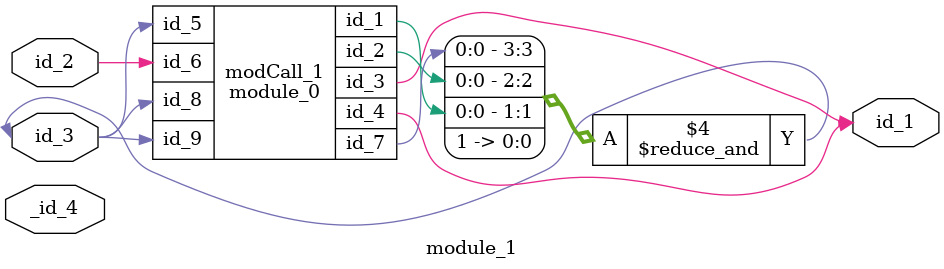
<source format=v>
module module_0 (
    id_1,
    id_2,
    id_3,
    id_4,
    id_5,
    id_6,
    id_7,
    id_8,
    id_9
);
  input wire id_9;
  input wire id_8;
  inout wire id_7;
  input wire id_6;
  input wire id_5;
  output wire id_4;
  output wire id_3;
  inout wire id_2;
  output wire id_1;
  wire id_10;
  wire id_11;
endmodule
module module_1 #(
    parameter id_4 = 32'd43
) (
    id_1,
    id_2,
    id_3,
    _id_4
);
  input wire _id_4;
  inout wand id_3;
  input wire id_2;
  output wire id_1;
  module_0 modCall_1 (
      id_3,
      id_3,
      id_1,
      id_1,
      id_3,
      id_2,
      id_3,
      id_3,
      id_3
  );
  assign id_3 = 1;
  parameter [-1 : id_4] id_5 = 1;
  wire id_6;
endmodule

</source>
